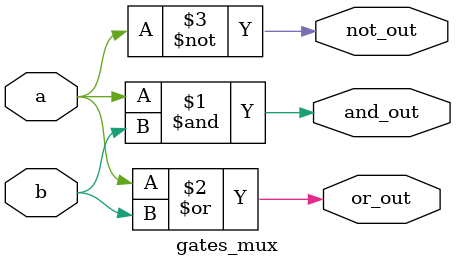
<source format=v>
module gates_mux(	// /tmp/tmp.WQ9bkMfc3G/54_100DaysRTL_Day020-BasicLogicGatesusingMux_gates_mux.cleaned.mlir:2:3
  input  a,	// /tmp/tmp.WQ9bkMfc3G/54_100DaysRTL_Day020-BasicLogicGatesusingMux_gates_mux.cleaned.mlir:2:27
         b,	// /tmp/tmp.WQ9bkMfc3G/54_100DaysRTL_Day020-BasicLogicGatesusingMux_gates_mux.cleaned.mlir:2:39
  output and_out,	// /tmp/tmp.WQ9bkMfc3G/54_100DaysRTL_Day020-BasicLogicGatesusingMux_gates_mux.cleaned.mlir:2:52
         or_out,	// /tmp/tmp.WQ9bkMfc3G/54_100DaysRTL_Day020-BasicLogicGatesusingMux_gates_mux.cleaned.mlir:2:70
         not_out	// /tmp/tmp.WQ9bkMfc3G/54_100DaysRTL_Day020-BasicLogicGatesusingMux_gates_mux.cleaned.mlir:2:87
);

  assign and_out = a & b;	// /tmp/tmp.WQ9bkMfc3G/54_100DaysRTL_Day020-BasicLogicGatesusingMux_gates_mux.cleaned.mlir:4:10, :7:5
  assign or_out = a | b;	// /tmp/tmp.WQ9bkMfc3G/54_100DaysRTL_Day020-BasicLogicGatesusingMux_gates_mux.cleaned.mlir:5:10, :7:5
  assign not_out = ~a;	// /tmp/tmp.WQ9bkMfc3G/54_100DaysRTL_Day020-BasicLogicGatesusingMux_gates_mux.cleaned.mlir:6:10, :7:5
endmodule


</source>
